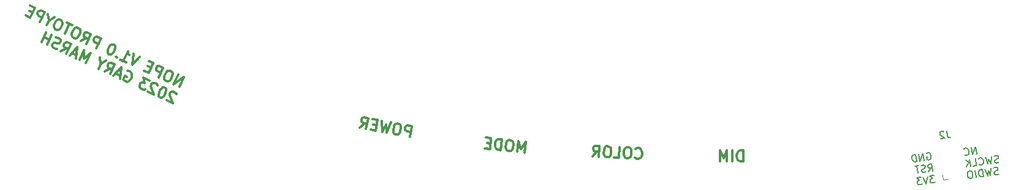
<source format=gbo>
%TF.GenerationSoftware,KiCad,Pcbnew,(7.0.0)*%
%TF.CreationDate,2023-11-20T00:40:36-04:00*%
%TF.ProjectId,nopesign,6e6f7065-7369-4676-9e2e-6b696361645f,rev?*%
%TF.SameCoordinates,Original*%
%TF.FileFunction,Legend,Bot*%
%TF.FilePolarity,Positive*%
%FSLAX46Y46*%
G04 Gerber Fmt 4.6, Leading zero omitted, Abs format (unit mm)*
G04 Created by KiCad (PCBNEW (7.0.0)) date 2023-11-20 00:40:36*
%MOMM*%
%LPD*%
G01*
G04 APERTURE LIST*
G04 Aperture macros list*
%AMHorizOval*
0 Thick line with rounded ends*
0 $1 width*
0 $2 $3 position (X,Y) of the first rounded end (center of the circle)*
0 $4 $5 position (X,Y) of the second rounded end (center of the circle)*
0 Add line between two ends*
20,1,$1,$2,$3,$4,$5,0*
0 Add two circle primitives to create the rounded ends*
1,1,$1,$2,$3*
1,1,$1,$4,$5*%
G04 Aperture macros list end*
%ADD10C,0.300000*%
%ADD11C,0.200000*%
%ADD12C,0.150000*%
%ADD13C,0.120000*%
%ADD14C,2.575000*%
%ADD15C,2.100000*%
%ADD16C,1.750000*%
%ADD17HorizOval,1.000000X-0.054671X-0.294976X0.054671X0.294976X0*%
%ADD18HorizOval,1.000000X-0.100230X-0.540790X0.100230X0.540790X0*%
%ADD19C,0.650000*%
%ADD20C,0.787400*%
%ADD21C,0.990600*%
G04 APERTURE END LIST*
D10*
X108305851Y-125673159D02*
X108579204Y-124198277D01*
X108579204Y-124198277D02*
X108017344Y-124094142D01*
X108017344Y-124094142D02*
X107863863Y-124138341D01*
X107863863Y-124138341D02*
X107780613Y-124195557D01*
X107780613Y-124195557D02*
X107684347Y-124323005D01*
X107684347Y-124323005D02*
X107645297Y-124533702D01*
X107645297Y-124533702D02*
X107689496Y-124687184D01*
X107689496Y-124687184D02*
X107746711Y-124770434D01*
X107746711Y-124770434D02*
X107874159Y-124866700D01*
X107874159Y-124866700D02*
X108436019Y-124970834D01*
X106823392Y-123872856D02*
X106542462Y-123820789D01*
X106542462Y-123820789D02*
X106388980Y-123864988D01*
X106388980Y-123864988D02*
X106222482Y-123979419D01*
X106222482Y-123979419D02*
X106100182Y-124247332D01*
X106100182Y-124247332D02*
X106009064Y-124738960D01*
X106009064Y-124738960D02*
X106027229Y-125032907D01*
X106027229Y-125032907D02*
X106141661Y-125199405D01*
X106141661Y-125199405D02*
X106269109Y-125295671D01*
X106269109Y-125295671D02*
X106550039Y-125347739D01*
X106550039Y-125347739D02*
X106703521Y-125303540D01*
X106703521Y-125303540D02*
X106870019Y-125189108D01*
X106870019Y-125189108D02*
X106992319Y-124921195D01*
X106992319Y-124921195D02*
X107083437Y-124429568D01*
X107083437Y-124429568D02*
X107065272Y-124135621D01*
X107065272Y-124135621D02*
X106950840Y-123969122D01*
X106950840Y-123969122D02*
X106823392Y-123872856D01*
X105699672Y-123664587D02*
X105075156Y-125074385D01*
X105075156Y-125074385D02*
X104989478Y-123968831D01*
X104989478Y-123968831D02*
X104513296Y-124970251D01*
X104513296Y-124970251D02*
X104435487Y-123430284D01*
X103743458Y-124028474D02*
X103251831Y-123937357D01*
X102897948Y-124670864D02*
X103600273Y-124801032D01*
X103600273Y-124801032D02*
X103873627Y-123326150D01*
X103873627Y-123326150D02*
X103171302Y-123195981D01*
X101423066Y-124397510D02*
X102044862Y-123786303D01*
X102265856Y-124553712D02*
X102539209Y-123078830D01*
X102539209Y-123078830D02*
X101977349Y-122974695D01*
X101977349Y-122974695D02*
X101823867Y-123018894D01*
X101823867Y-123018894D02*
X101740618Y-123076110D01*
X101740618Y-123076110D02*
X101644352Y-123203558D01*
X101644352Y-123203558D02*
X101605301Y-123414255D01*
X101605301Y-123414255D02*
X101649500Y-123567737D01*
X101649500Y-123567737D02*
X101706716Y-123650987D01*
X101706716Y-123650987D02*
X101834164Y-123747253D01*
X101834164Y-123747253D02*
X102396024Y-123851387D01*
X76456906Y-118747341D02*
X77090834Y-117387879D01*
X77090834Y-117387879D02*
X75680071Y-118385097D01*
X75680071Y-118385097D02*
X76313998Y-117025635D01*
X75407690Y-116603016D02*
X75148745Y-116482268D01*
X75148745Y-116482268D02*
X74989086Y-116486631D01*
X74989086Y-116486631D02*
X74799239Y-116555729D01*
X74799239Y-116555729D02*
X74613755Y-116784487D01*
X74613755Y-116784487D02*
X74402446Y-117237641D01*
X74402446Y-117237641D02*
X74346434Y-117526773D01*
X74346434Y-117526773D02*
X74415532Y-117716620D01*
X74415532Y-117716620D02*
X74514818Y-117841730D01*
X74514818Y-117841730D02*
X74773763Y-117962478D01*
X74773763Y-117962478D02*
X74933422Y-117958116D01*
X74933422Y-117958116D02*
X75123269Y-117889017D01*
X75123269Y-117889017D02*
X75308753Y-117660259D01*
X75308753Y-117660259D02*
X75520062Y-117207105D01*
X75520062Y-117207105D02*
X75576074Y-116917973D01*
X75576074Y-116917973D02*
X75506976Y-116728127D01*
X75506976Y-116728127D02*
X75407690Y-116603016D01*
X73608510Y-117419112D02*
X74242437Y-116059650D01*
X74242437Y-116059650D02*
X73724547Y-115818154D01*
X73724547Y-115818154D02*
X73564887Y-115822516D01*
X73564887Y-115822516D02*
X73469964Y-115857065D01*
X73469964Y-115857065D02*
X73344854Y-115956351D01*
X73344854Y-115956351D02*
X73254293Y-116150560D01*
X73254293Y-116150560D02*
X73258655Y-116310219D01*
X73258655Y-116310219D02*
X73293204Y-116405142D01*
X73293204Y-116405142D02*
X73392490Y-116530253D01*
X73392490Y-116530253D02*
X73910380Y-116771749D01*
X72581105Y-116073085D02*
X72127951Y-115861776D01*
X71601685Y-116483314D02*
X72249048Y-116785184D01*
X72249048Y-116785184D02*
X72882975Y-115425722D01*
X72882975Y-115425722D02*
X72235613Y-115123852D01*
X71031518Y-114562374D02*
X69944437Y-115710526D01*
X69944437Y-115710526D02*
X70125210Y-114139755D01*
X68326030Y-114955851D02*
X69102865Y-115318095D01*
X68714448Y-115136973D02*
X69348375Y-113777511D01*
X69348375Y-113777511D02*
X69387287Y-114032094D01*
X69387287Y-114032094D02*
X69456385Y-114221941D01*
X69456385Y-114221941D02*
X69555671Y-114347051D01*
X67803778Y-114554695D02*
X67708855Y-114589245D01*
X67708855Y-114589245D02*
X67743404Y-114684168D01*
X67743404Y-114684168D02*
X67838327Y-114649619D01*
X67838327Y-114649619D02*
X67803778Y-114554695D01*
X67803778Y-114554695D02*
X67743404Y-114684168D01*
X67471023Y-112902088D02*
X67341551Y-112841714D01*
X67341551Y-112841714D02*
X67181891Y-112846076D01*
X67181891Y-112846076D02*
X67086968Y-112880625D01*
X67086968Y-112880625D02*
X66961858Y-112979911D01*
X66961858Y-112979911D02*
X66776373Y-113208669D01*
X66776373Y-113208669D02*
X66625438Y-113532350D01*
X66625438Y-113532350D02*
X66569426Y-113821482D01*
X66569426Y-113821482D02*
X66573789Y-113981142D01*
X66573789Y-113981142D02*
X66608338Y-114076065D01*
X66608338Y-114076065D02*
X66707623Y-114201175D01*
X66707623Y-114201175D02*
X66837096Y-114261550D01*
X66837096Y-114261550D02*
X66996756Y-114257187D01*
X66996756Y-114257187D02*
X67091679Y-114222638D01*
X67091679Y-114222638D02*
X67216789Y-114123353D01*
X67216789Y-114123353D02*
X67402273Y-113894594D01*
X67402273Y-113894594D02*
X67553209Y-113570913D01*
X67553209Y-113570913D02*
X67609220Y-113281781D01*
X67609220Y-113281781D02*
X67604858Y-113122121D01*
X67604858Y-113122121D02*
X67570309Y-113027198D01*
X67570309Y-113027198D02*
X67471023Y-112902088D01*
X64985639Y-113398201D02*
X65619566Y-112038739D01*
X65619566Y-112038739D02*
X65101676Y-111797243D01*
X65101676Y-111797243D02*
X64942017Y-111801605D01*
X64942017Y-111801605D02*
X64847093Y-111836155D01*
X64847093Y-111836155D02*
X64721983Y-111935440D01*
X64721983Y-111935440D02*
X64631422Y-112129649D01*
X64631422Y-112129649D02*
X64635784Y-112289309D01*
X64635784Y-112289309D02*
X64670334Y-112384232D01*
X64670334Y-112384232D02*
X64769619Y-112509342D01*
X64769619Y-112509342D02*
X65287509Y-112750838D01*
X62849342Y-112402029D02*
X63604366Y-111965976D01*
X63626177Y-112764274D02*
X64260105Y-111404812D01*
X64260105Y-111404812D02*
X63742215Y-111163316D01*
X63742215Y-111163316D02*
X63582555Y-111167678D01*
X63582555Y-111167678D02*
X63487632Y-111202227D01*
X63487632Y-111202227D02*
X63362521Y-111301513D01*
X63362521Y-111301513D02*
X63271960Y-111495722D01*
X63271960Y-111495722D02*
X63276323Y-111655381D01*
X63276323Y-111655381D02*
X63310872Y-111750304D01*
X63310872Y-111750304D02*
X63410157Y-111875415D01*
X63410157Y-111875415D02*
X63928048Y-112116911D01*
X62641698Y-110650136D02*
X62382753Y-110529388D01*
X62382753Y-110529388D02*
X62223093Y-110533751D01*
X62223093Y-110533751D02*
X62033247Y-110602849D01*
X62033247Y-110602849D02*
X61847762Y-110831607D01*
X61847762Y-110831607D02*
X61636453Y-111284761D01*
X61636453Y-111284761D02*
X61580441Y-111573893D01*
X61580441Y-111573893D02*
X61649540Y-111763740D01*
X61649540Y-111763740D02*
X61748826Y-111888850D01*
X61748826Y-111888850D02*
X62007771Y-112009598D01*
X62007771Y-112009598D02*
X62167430Y-112005236D01*
X62167430Y-112005236D02*
X62357277Y-111936137D01*
X62357277Y-111936137D02*
X62542761Y-111707379D01*
X62542761Y-111707379D02*
X62754070Y-111254225D01*
X62754070Y-111254225D02*
X62810082Y-110965093D01*
X62810082Y-110965093D02*
X62740984Y-110775247D01*
X62740984Y-110775247D02*
X62641698Y-110650136D01*
X61670654Y-110197331D02*
X60893818Y-109835087D01*
X60648309Y-111375671D02*
X61282236Y-110016209D01*
X60181719Y-109503030D02*
X59922774Y-109382282D01*
X59922774Y-109382282D02*
X59763115Y-109386644D01*
X59763115Y-109386644D02*
X59573268Y-109455742D01*
X59573268Y-109455742D02*
X59387784Y-109684500D01*
X59387784Y-109684500D02*
X59176475Y-110137654D01*
X59176475Y-110137654D02*
X59120463Y-110426786D01*
X59120463Y-110426786D02*
X59189561Y-110616633D01*
X59189561Y-110616633D02*
X59288847Y-110741743D01*
X59288847Y-110741743D02*
X59547792Y-110862491D01*
X59547792Y-110862491D02*
X59707452Y-110858129D01*
X59707452Y-110858129D02*
X59897298Y-110789031D01*
X59897298Y-110789031D02*
X60082783Y-110560272D01*
X60082783Y-110560272D02*
X60294092Y-110107119D01*
X60294092Y-110107119D02*
X60350103Y-109817986D01*
X60350103Y-109817986D02*
X60281005Y-109628140D01*
X60281005Y-109628140D02*
X60181719Y-109503030D01*
X58425464Y-109551014D02*
X58123594Y-110198377D01*
X59210675Y-109050224D02*
X58425464Y-109551014D01*
X58425464Y-109551014D02*
X58304367Y-108627606D01*
X57217286Y-109775759D02*
X57851214Y-108416297D01*
X57851214Y-108416297D02*
X57333323Y-108174801D01*
X57333323Y-108174801D02*
X57173664Y-108179163D01*
X57173664Y-108179163D02*
X57078741Y-108213712D01*
X57078741Y-108213712D02*
X56953630Y-108312998D01*
X56953630Y-108312998D02*
X56863069Y-108507207D01*
X56863069Y-108507207D02*
X56867431Y-108666866D01*
X56867431Y-108666866D02*
X56901981Y-108761789D01*
X56901981Y-108761789D02*
X57001266Y-108886900D01*
X57001266Y-108886900D02*
X57519156Y-109128396D01*
X56189882Y-108429732D02*
X55736728Y-108218423D01*
X55210462Y-108839961D02*
X55857825Y-109141831D01*
X55857825Y-109141831D02*
X56491752Y-107782369D01*
X56491752Y-107782369D02*
X55844389Y-107480499D01*
X76068234Y-119749867D02*
X76033685Y-119654943D01*
X76033685Y-119654943D02*
X75934399Y-119529833D01*
X75934399Y-119529833D02*
X75610718Y-119378898D01*
X75610718Y-119378898D02*
X75451058Y-119383260D01*
X75451058Y-119383260D02*
X75356135Y-119417809D01*
X75356135Y-119417809D02*
X75231025Y-119517095D01*
X75231025Y-119517095D02*
X75170651Y-119646567D01*
X75170651Y-119646567D02*
X75144826Y-119870963D01*
X75144826Y-119870963D02*
X75559417Y-121010043D01*
X75559417Y-121010043D02*
X74717845Y-120617612D01*
X74510202Y-118865719D02*
X74380729Y-118805345D01*
X74380729Y-118805345D02*
X74221069Y-118809707D01*
X74221069Y-118809707D02*
X74126146Y-118844256D01*
X74126146Y-118844256D02*
X74001036Y-118943542D01*
X74001036Y-118943542D02*
X73815552Y-119172300D01*
X73815552Y-119172300D02*
X73664616Y-119495981D01*
X73664616Y-119495981D02*
X73608605Y-119785113D01*
X73608605Y-119785113D02*
X73612967Y-119944773D01*
X73612967Y-119944773D02*
X73647516Y-120039696D01*
X73647516Y-120039696D02*
X73746802Y-120164806D01*
X73746802Y-120164806D02*
X73876274Y-120225180D01*
X73876274Y-120225180D02*
X74035934Y-120220818D01*
X74035934Y-120220818D02*
X74130857Y-120186269D01*
X74130857Y-120186269D02*
X74255967Y-120086983D01*
X74255967Y-120086983D02*
X74441452Y-119858225D01*
X74441452Y-119858225D02*
X74592387Y-119534544D01*
X74592387Y-119534544D02*
X74648399Y-119245412D01*
X74648399Y-119245412D02*
X74644036Y-119085752D01*
X74644036Y-119085752D02*
X74609487Y-118990829D01*
X74609487Y-118990829D02*
X74510202Y-118865719D01*
X73478784Y-118542386D02*
X73444235Y-118447463D01*
X73444235Y-118447463D02*
X73344949Y-118322353D01*
X73344949Y-118322353D02*
X73021268Y-118171418D01*
X73021268Y-118171418D02*
X72861608Y-118175780D01*
X72861608Y-118175780D02*
X72766685Y-118210329D01*
X72766685Y-118210329D02*
X72641575Y-118309615D01*
X72641575Y-118309615D02*
X72581201Y-118439087D01*
X72581201Y-118439087D02*
X72555376Y-118663483D01*
X72555376Y-118663483D02*
X72969967Y-119802562D01*
X72969967Y-119802562D02*
X72128395Y-119410131D01*
X72309169Y-117839361D02*
X71467598Y-117446929D01*
X71467598Y-117446929D02*
X71679255Y-118176129D01*
X71679255Y-118176129D02*
X71485047Y-118085568D01*
X71485047Y-118085568D02*
X71325387Y-118089930D01*
X71325387Y-118089930D02*
X71230464Y-118124479D01*
X71230464Y-118124479D02*
X71105353Y-118223765D01*
X71105353Y-118223765D02*
X70954418Y-118547446D01*
X70954418Y-118547446D02*
X70958781Y-118707105D01*
X70958781Y-118707105D02*
X70993330Y-118802029D01*
X70993330Y-118802029D02*
X71092615Y-118927139D01*
X71092615Y-118927139D02*
X71481033Y-119108261D01*
X71481033Y-119108261D02*
X71640693Y-119103899D01*
X71640693Y-119103899D02*
X71735616Y-119069350D01*
X69327009Y-116527569D02*
X69486668Y-116523207D01*
X69486668Y-116523207D02*
X69680877Y-116613768D01*
X69680877Y-116613768D02*
X69844899Y-116769065D01*
X69844899Y-116769065D02*
X69913997Y-116958912D01*
X69913997Y-116958912D02*
X69918360Y-117118571D01*
X69918360Y-117118571D02*
X69862348Y-117407703D01*
X69862348Y-117407703D02*
X69771787Y-117601912D01*
X69771787Y-117601912D02*
X69586302Y-117830670D01*
X69586302Y-117830670D02*
X69461192Y-117929956D01*
X69461192Y-117929956D02*
X69271345Y-117999054D01*
X69271345Y-117999054D02*
X69046950Y-117973229D01*
X69046950Y-117973229D02*
X68917477Y-117912855D01*
X68917477Y-117912855D02*
X68753455Y-117757558D01*
X68753455Y-117757558D02*
X68718906Y-117662635D01*
X68718906Y-117662635D02*
X68930215Y-117209481D01*
X68930215Y-117209481D02*
X69189160Y-117330229D01*
X68321764Y-117162194D02*
X67674401Y-116860323D01*
X68270114Y-117610985D02*
X68450888Y-116040214D01*
X68450888Y-116040214D02*
X67363807Y-117188367D01*
X66133818Y-116614814D02*
X66888842Y-116178760D01*
X66910653Y-116977058D02*
X67544580Y-115617596D01*
X67544580Y-115617596D02*
X67026690Y-115376100D01*
X67026690Y-115376100D02*
X66867031Y-115380462D01*
X66867031Y-115380462D02*
X66772107Y-115415012D01*
X66772107Y-115415012D02*
X66646997Y-115514297D01*
X66646997Y-115514297D02*
X66556436Y-115708506D01*
X66556436Y-115708506D02*
X66560798Y-115868165D01*
X66560798Y-115868165D02*
X66595347Y-115963089D01*
X66595347Y-115963089D02*
X66694633Y-116088199D01*
X66694633Y-116088199D02*
X67212523Y-116329695D01*
X65594116Y-115575020D02*
X65292246Y-116222382D01*
X66379327Y-115074230D02*
X65594116Y-115575020D01*
X65594116Y-115575020D02*
X65473020Y-114651612D01*
X63570262Y-115419408D02*
X64204189Y-114059946D01*
X64204189Y-114059946D02*
X63298230Y-114819681D01*
X63298230Y-114819681D02*
X63297881Y-113637328D01*
X63297881Y-113637328D02*
X62663954Y-114996790D01*
X62262449Y-114336689D02*
X61615087Y-114034819D01*
X62210800Y-114785480D02*
X62391573Y-113214710D01*
X62391573Y-113214710D02*
X61304492Y-114362862D01*
X60074503Y-113789309D02*
X60829527Y-113353255D01*
X60851338Y-114151553D02*
X61485266Y-112792091D01*
X61485266Y-112792091D02*
X60967375Y-112550595D01*
X60967375Y-112550595D02*
X60807716Y-112554957D01*
X60807716Y-112554957D02*
X60712793Y-112589507D01*
X60712793Y-112589507D02*
X60587682Y-112688792D01*
X60587682Y-112688792D02*
X60497121Y-112883001D01*
X60497121Y-112883001D02*
X60501484Y-113042661D01*
X60501484Y-113042661D02*
X60536033Y-113137584D01*
X60536033Y-113137584D02*
X60635318Y-113262694D01*
X60635318Y-113262694D02*
X61153208Y-113504190D01*
X59586800Y-113483076D02*
X59362404Y-113457252D01*
X59362404Y-113457252D02*
X59038723Y-113306317D01*
X59038723Y-113306317D02*
X58939437Y-113181206D01*
X58939437Y-113181206D02*
X58904888Y-113086283D01*
X58904888Y-113086283D02*
X58900526Y-112926623D01*
X58900526Y-112926623D02*
X58960900Y-112797151D01*
X58960900Y-112797151D02*
X59086010Y-112697865D01*
X59086010Y-112697865D02*
X59180933Y-112663316D01*
X59180933Y-112663316D02*
X59340593Y-112658954D01*
X59340593Y-112658954D02*
X59629725Y-112714966D01*
X59629725Y-112714966D02*
X59789385Y-112710603D01*
X59789385Y-112710603D02*
X59884308Y-112676054D01*
X59884308Y-112676054D02*
X60009418Y-112576769D01*
X60009418Y-112576769D02*
X60069792Y-112447296D01*
X60069792Y-112447296D02*
X60065430Y-112287637D01*
X60065430Y-112287637D02*
X60030881Y-112192713D01*
X60030881Y-112192713D02*
X59931595Y-112067603D01*
X59931595Y-112067603D02*
X59607914Y-111916668D01*
X59607914Y-111916668D02*
X59383518Y-111890843D01*
X58197152Y-112913886D02*
X58831079Y-111554424D01*
X58529209Y-112201787D02*
X57752374Y-111839542D01*
X57420316Y-112551641D02*
X58054244Y-111192180D01*
D11*
X179688633Y-127922495D02*
X179776317Y-127862085D01*
X179776317Y-127862085D02*
X179917784Y-127842203D01*
X179917784Y-127842203D02*
X180065878Y-127869477D01*
X180065878Y-127869477D02*
X180173444Y-127950534D01*
X180173444Y-127950534D02*
X180233854Y-128038218D01*
X180233854Y-128038218D02*
X180307519Y-128220213D01*
X180307519Y-128220213D02*
X180327401Y-128361680D01*
X180327401Y-128361680D02*
X180306754Y-128556929D01*
X180306754Y-128556929D02*
X180272853Y-128657868D01*
X180272853Y-128657868D02*
X180191797Y-128765434D01*
X180191797Y-128765434D02*
X180056957Y-128832471D01*
X180056957Y-128832471D02*
X179962646Y-128845726D01*
X179962646Y-128845726D02*
X179814552Y-128818452D01*
X179814552Y-128818452D02*
X179760769Y-128777924D01*
X179760769Y-128777924D02*
X179714378Y-128447834D01*
X179714378Y-128447834D02*
X179903000Y-128421325D01*
X179349623Y-128931881D02*
X179210450Y-127941613D01*
X179210450Y-127941613D02*
X178783755Y-129011408D01*
X178783755Y-129011408D02*
X178644582Y-128021140D01*
X178312199Y-129077681D02*
X178173026Y-128087413D01*
X178173026Y-128087413D02*
X177937248Y-128120549D01*
X177937248Y-128120549D02*
X177802408Y-128187587D01*
X177802408Y-128187587D02*
X177721352Y-128295153D01*
X177721352Y-128295153D02*
X177687451Y-128396091D01*
X177687451Y-128396091D02*
X177666804Y-128591341D01*
X177666804Y-128591341D02*
X177686686Y-128732808D01*
X177686686Y-128732808D02*
X177760351Y-128914803D01*
X177760351Y-128914803D02*
X177820761Y-129002487D01*
X177820761Y-129002487D02*
X177928327Y-129083544D01*
X177928327Y-129083544D02*
X178076421Y-129110818D01*
X178076421Y-129110818D02*
X178312199Y-129077681D01*
X179999483Y-130476469D02*
X180263300Y-129958522D01*
X180565351Y-130396942D02*
X180426178Y-129406674D01*
X180426178Y-129406674D02*
X180048933Y-129459692D01*
X180048933Y-129459692D02*
X179961249Y-129520102D01*
X179961249Y-129520102D02*
X179920721Y-129573885D01*
X179920721Y-129573885D02*
X179886820Y-129674823D01*
X179886820Y-129674823D02*
X179906701Y-129816290D01*
X179906701Y-129816290D02*
X179967112Y-129903974D01*
X179967112Y-129903974D02*
X180020895Y-129944503D01*
X180020895Y-129944503D02*
X180121833Y-129978404D01*
X180121833Y-129978404D02*
X180499078Y-129925385D01*
X179615611Y-130482332D02*
X179480772Y-130549369D01*
X179480772Y-130549369D02*
X179244994Y-130582506D01*
X179244994Y-130582506D02*
X179144055Y-130548605D01*
X179144055Y-130548605D02*
X179090272Y-130508076D01*
X179090272Y-130508076D02*
X179029862Y-130420392D01*
X179029862Y-130420392D02*
X179016607Y-130326081D01*
X179016607Y-130326081D02*
X179050508Y-130225143D01*
X179050508Y-130225143D02*
X179091037Y-130171360D01*
X179091037Y-130171360D02*
X179178721Y-130110949D01*
X179178721Y-130110949D02*
X179360716Y-130037285D01*
X179360716Y-130037285D02*
X179448400Y-129976875D01*
X179448400Y-129976875D02*
X179488928Y-129923092D01*
X179488928Y-129923092D02*
X179522829Y-129822153D01*
X179522829Y-129822153D02*
X179509575Y-129727842D01*
X179509575Y-129727842D02*
X179449164Y-129640158D01*
X179449164Y-129640158D02*
X179395381Y-129599630D01*
X179395381Y-129599630D02*
X179294443Y-129565728D01*
X179294443Y-129565728D02*
X179058665Y-129598865D01*
X179058665Y-129598865D02*
X178923825Y-129665902D01*
X178634264Y-129658511D02*
X178068397Y-129738038D01*
X178490504Y-130688542D02*
X178351330Y-129698274D01*
X180745949Y-130997653D02*
X180132926Y-131083808D01*
X180132926Y-131083808D02*
X180516034Y-131414662D01*
X180516034Y-131414662D02*
X180374567Y-131434544D01*
X180374567Y-131434544D02*
X180286883Y-131494954D01*
X180286883Y-131494954D02*
X180246355Y-131548737D01*
X180246355Y-131548737D02*
X180212453Y-131649675D01*
X180212453Y-131649675D02*
X180245590Y-131885453D01*
X180245590Y-131885453D02*
X180306000Y-131973137D01*
X180306000Y-131973137D02*
X180359783Y-132013666D01*
X180359783Y-132013666D02*
X180460722Y-132047567D01*
X180460722Y-132047567D02*
X180743655Y-132007803D01*
X180743655Y-132007803D02*
X180831339Y-131947393D01*
X180831339Y-131947393D02*
X180871868Y-131893610D01*
X179849992Y-131123571D02*
X179659076Y-132160231D01*
X179659076Y-132160231D02*
X179189813Y-131216354D01*
X178954035Y-131249490D02*
X178341012Y-131335645D01*
X178341012Y-131335645D02*
X178724120Y-131666499D01*
X178724120Y-131666499D02*
X178582653Y-131686381D01*
X178582653Y-131686381D02*
X178494969Y-131746791D01*
X178494969Y-131746791D02*
X178454441Y-131800574D01*
X178454441Y-131800574D02*
X178420540Y-131901512D01*
X178420540Y-131901512D02*
X178453676Y-132137290D01*
X178453676Y-132137290D02*
X178514086Y-132224974D01*
X178514086Y-132224974D02*
X178567869Y-132265503D01*
X178567869Y-132265503D02*
X178668808Y-132299404D01*
X178668808Y-132299404D02*
X178951741Y-132259640D01*
X178951741Y-132259640D02*
X179039425Y-132199230D01*
X179039425Y-132199230D02*
X179079954Y-132145447D01*
X186617583Y-128007734D02*
X186478410Y-127017466D01*
X186478410Y-127017466D02*
X186051715Y-128087262D01*
X186051715Y-128087262D02*
X185912542Y-127096994D01*
X185001037Y-128138751D02*
X185054820Y-128179279D01*
X185054820Y-128179279D02*
X185202914Y-128206553D01*
X185202914Y-128206553D02*
X185297225Y-128193298D01*
X185297225Y-128193298D02*
X185432065Y-128126261D01*
X185432065Y-128126261D02*
X185513122Y-128018695D01*
X185513122Y-128018695D02*
X185547023Y-127917756D01*
X185547023Y-127917756D02*
X185567669Y-127722507D01*
X185567669Y-127722507D02*
X185547787Y-127581040D01*
X185547787Y-127581040D02*
X185474122Y-127399045D01*
X185474122Y-127399045D02*
X185413712Y-127311361D01*
X185413712Y-127311361D02*
X185306146Y-127230304D01*
X185306146Y-127230304D02*
X185158052Y-127203030D01*
X185158052Y-127203030D02*
X185063741Y-127216285D01*
X185063741Y-127216285D02*
X184928901Y-127283322D01*
X184928901Y-127283322D02*
X184888373Y-127337105D01*
X189712908Y-129160548D02*
X189578069Y-129227585D01*
X189578069Y-129227585D02*
X189342291Y-129260722D01*
X189342291Y-129260722D02*
X189241352Y-129226821D01*
X189241352Y-129226821D02*
X189187569Y-129186292D01*
X189187569Y-129186292D02*
X189127159Y-129098608D01*
X189127159Y-129098608D02*
X189113905Y-129004297D01*
X189113905Y-129004297D02*
X189147806Y-128903359D01*
X189147806Y-128903359D02*
X189188334Y-128849576D01*
X189188334Y-128849576D02*
X189276018Y-128789165D01*
X189276018Y-128789165D02*
X189458013Y-128715501D01*
X189458013Y-128715501D02*
X189545697Y-128655090D01*
X189545697Y-128655090D02*
X189586225Y-128601308D01*
X189586225Y-128601308D02*
X189620126Y-128500369D01*
X189620126Y-128500369D02*
X189606872Y-128406058D01*
X189606872Y-128406058D02*
X189546462Y-128318374D01*
X189546462Y-128318374D02*
X189492679Y-128277845D01*
X189492679Y-128277845D02*
X189391740Y-128243944D01*
X189391740Y-128243944D02*
X189155962Y-128277081D01*
X189155962Y-128277081D02*
X189021122Y-128344118D01*
X188684406Y-128343354D02*
X188587801Y-129366758D01*
X188587801Y-129366758D02*
X188299769Y-128685933D01*
X188299769Y-128685933D02*
X188210556Y-129419777D01*
X188210556Y-129419777D02*
X187835605Y-128462645D01*
X187018411Y-129491148D02*
X187072194Y-129531676D01*
X187072194Y-129531676D02*
X187220288Y-129558950D01*
X187220288Y-129558950D02*
X187314599Y-129545695D01*
X187314599Y-129545695D02*
X187449439Y-129478658D01*
X187449439Y-129478658D02*
X187530495Y-129371092D01*
X187530495Y-129371092D02*
X187564396Y-129270153D01*
X187564396Y-129270153D02*
X187585043Y-129074904D01*
X187585043Y-129074904D02*
X187565161Y-128933437D01*
X187565161Y-128933437D02*
X187491496Y-128751441D01*
X187491496Y-128751441D02*
X187431086Y-128663758D01*
X187431086Y-128663758D02*
X187323520Y-128582701D01*
X187323520Y-128582701D02*
X187175426Y-128555427D01*
X187175426Y-128555427D02*
X187081115Y-128568682D01*
X187081115Y-128568682D02*
X186946275Y-128635719D01*
X186946275Y-128635719D02*
X186905747Y-128689502D01*
X186135709Y-129711377D02*
X186607265Y-129645105D01*
X186607265Y-129645105D02*
X186468092Y-128654836D01*
X185805619Y-129757768D02*
X185666446Y-128767500D01*
X185239752Y-129837296D02*
X185584625Y-129211783D01*
X185100578Y-128847028D02*
X185745973Y-129333368D01*
X189655434Y-130804546D02*
X189520594Y-130871583D01*
X189520594Y-130871583D02*
X189284816Y-130904720D01*
X189284816Y-130904720D02*
X189183878Y-130870818D01*
X189183878Y-130870818D02*
X189130095Y-130830290D01*
X189130095Y-130830290D02*
X189069685Y-130742606D01*
X189069685Y-130742606D02*
X189056430Y-130648295D01*
X189056430Y-130648295D02*
X189090331Y-130547356D01*
X189090331Y-130547356D02*
X189130859Y-130493573D01*
X189130859Y-130493573D02*
X189218543Y-130433163D01*
X189218543Y-130433163D02*
X189400539Y-130359499D01*
X189400539Y-130359499D02*
X189488223Y-130299088D01*
X189488223Y-130299088D02*
X189528751Y-130245305D01*
X189528751Y-130245305D02*
X189562652Y-130144367D01*
X189562652Y-130144367D02*
X189549397Y-130050056D01*
X189549397Y-130050056D02*
X189488987Y-129962372D01*
X189488987Y-129962372D02*
X189435204Y-129921843D01*
X189435204Y-129921843D02*
X189334266Y-129887942D01*
X189334266Y-129887942D02*
X189098488Y-129921079D01*
X189098488Y-129921079D02*
X188963648Y-129988116D01*
X188626931Y-129987352D02*
X188530326Y-131010756D01*
X188530326Y-131010756D02*
X188242294Y-130329931D01*
X188242294Y-130329931D02*
X188153081Y-131063774D01*
X188153081Y-131063774D02*
X187778130Y-130106643D01*
X187540058Y-131149929D02*
X187400885Y-130159661D01*
X187400885Y-130159661D02*
X187165107Y-130192798D01*
X187165107Y-130192798D02*
X187030268Y-130259835D01*
X187030268Y-130259835D02*
X186949211Y-130367401D01*
X186949211Y-130367401D02*
X186915310Y-130468339D01*
X186915310Y-130468339D02*
X186894663Y-130663589D01*
X186894663Y-130663589D02*
X186914545Y-130805056D01*
X186914545Y-130805056D02*
X186988210Y-130987051D01*
X186988210Y-130987051D02*
X187048620Y-131074735D01*
X187048620Y-131074735D02*
X187156186Y-131155792D01*
X187156186Y-131155792D02*
X187304280Y-131183066D01*
X187304280Y-131183066D02*
X187540058Y-131149929D01*
X186549790Y-131289102D02*
X186410617Y-130298834D01*
X185750439Y-130391616D02*
X185561816Y-130418125D01*
X185561816Y-130418125D02*
X185474133Y-130478536D01*
X185474133Y-130478536D02*
X185393076Y-130586101D01*
X185393076Y-130586101D02*
X185372429Y-130781351D01*
X185372429Y-130781351D02*
X185418820Y-131111441D01*
X185418820Y-131111441D02*
X185492485Y-131293436D01*
X185492485Y-131293436D02*
X185600051Y-131374492D01*
X185600051Y-131374492D02*
X185700990Y-131408394D01*
X185700990Y-131408394D02*
X185889612Y-131381884D01*
X185889612Y-131381884D02*
X185977296Y-131321474D01*
X185977296Y-131321474D02*
X186058353Y-131213908D01*
X186058353Y-131213908D02*
X186078999Y-131018659D01*
X186078999Y-131018659D02*
X186032608Y-130688569D01*
X186032608Y-130688569D02*
X185958943Y-130506574D01*
X185958943Y-130506574D02*
X185851378Y-130425517D01*
X185851378Y-130425517D02*
X185750439Y-130391616D01*
D10*
X124141814Y-127831772D02*
X124298607Y-126339989D01*
X124298607Y-126339989D02*
X123689351Y-127353284D01*
X123689351Y-127353284D02*
X123304085Y-126235461D01*
X123304085Y-126235461D02*
X123147292Y-127727244D01*
X122309562Y-126130932D02*
X122025413Y-126101067D01*
X122025413Y-126101067D02*
X121875872Y-126157172D01*
X121875872Y-126157172D02*
X121718865Y-126284314D01*
X121718865Y-126284314D02*
X121617963Y-126560997D01*
X121617963Y-126560997D02*
X121565699Y-127058257D01*
X121565699Y-127058257D02*
X121606871Y-127349873D01*
X121606871Y-127349873D02*
X121734012Y-127506880D01*
X121734012Y-127506880D02*
X121868621Y-127592850D01*
X121868621Y-127592850D02*
X122152770Y-127622715D01*
X122152770Y-127622715D02*
X122302311Y-127566611D01*
X122302311Y-127566611D02*
X122459318Y-127439469D01*
X122459318Y-127439469D02*
X122560220Y-127162786D01*
X122560220Y-127162786D02*
X122612485Y-126665525D01*
X122612485Y-126665525D02*
X122571313Y-126373910D01*
X122571313Y-126373910D02*
X122444171Y-126216902D01*
X122444171Y-126216902D02*
X122309562Y-126130932D01*
X120874098Y-127488322D02*
X121030891Y-125996539D01*
X121030891Y-125996539D02*
X120675705Y-125959207D01*
X120675705Y-125959207D02*
X120455126Y-126007845D01*
X120455126Y-126007845D02*
X120298119Y-126134987D01*
X120298119Y-126134987D02*
X120212149Y-126269596D01*
X120212149Y-126269596D02*
X120111247Y-126546278D01*
X120111247Y-126546278D02*
X120088848Y-126759390D01*
X120088848Y-126759390D02*
X120130020Y-127051006D01*
X120130020Y-127051006D02*
X120186125Y-127200546D01*
X120186125Y-127200546D02*
X120313266Y-127357554D01*
X120313266Y-127357554D02*
X120518912Y-127450990D01*
X120518912Y-127450990D02*
X120874098Y-127488322D01*
X119464445Y-126550119D02*
X118967184Y-126497855D01*
X118671943Y-127256866D02*
X119382315Y-127331529D01*
X119382315Y-127331529D02*
X119539108Y-125839746D01*
X119539108Y-125839746D02*
X118828735Y-125765083D01*
X154357143Y-129051071D02*
X154357143Y-127551071D01*
X154357143Y-127551071D02*
X154000000Y-127551071D01*
X154000000Y-127551071D02*
X153785714Y-127622500D01*
X153785714Y-127622500D02*
X153642857Y-127765357D01*
X153642857Y-127765357D02*
X153571428Y-127908214D01*
X153571428Y-127908214D02*
X153500000Y-128193928D01*
X153500000Y-128193928D02*
X153500000Y-128408214D01*
X153500000Y-128408214D02*
X153571428Y-128693928D01*
X153571428Y-128693928D02*
X153642857Y-128836785D01*
X153642857Y-128836785D02*
X153785714Y-128979642D01*
X153785714Y-128979642D02*
X154000000Y-129051071D01*
X154000000Y-129051071D02*
X154357143Y-129051071D01*
X152857143Y-129051071D02*
X152857143Y-127551071D01*
X152142857Y-129051071D02*
X152142857Y-127551071D01*
X152142857Y-127551071D02*
X151642857Y-128622500D01*
X151642857Y-128622500D02*
X151142857Y-127551071D01*
X151142857Y-127551071D02*
X151142857Y-129051071D01*
X139439544Y-128536625D02*
X139507137Y-128611694D01*
X139507137Y-128611694D02*
X139717390Y-128694240D01*
X139717390Y-128694240D02*
X139860052Y-128701716D01*
X139860052Y-128701716D02*
X140077782Y-128641600D01*
X140077782Y-128641600D02*
X140227920Y-128506416D01*
X140227920Y-128506416D02*
X140306727Y-128367492D01*
X140306727Y-128367492D02*
X140393011Y-128085908D01*
X140393011Y-128085908D02*
X140404226Y-127871916D01*
X140404226Y-127871916D02*
X140347848Y-127582855D01*
X140347848Y-127582855D02*
X140283994Y-127436455D01*
X140283994Y-127436455D02*
X140148809Y-127286317D01*
X140148809Y-127286317D02*
X139938556Y-127203772D01*
X139938556Y-127203772D02*
X139795894Y-127196295D01*
X139795894Y-127196295D02*
X139578164Y-127256411D01*
X139578164Y-127256411D02*
X139503095Y-127324004D01*
X138583273Y-127132745D02*
X138297950Y-127117791D01*
X138297950Y-127117791D02*
X138151550Y-127181645D01*
X138151550Y-127181645D02*
X138001413Y-127316830D01*
X138001413Y-127316830D02*
X137915129Y-127598415D01*
X137915129Y-127598415D02*
X137888961Y-128097729D01*
X137888961Y-128097729D02*
X137945338Y-128386791D01*
X137945338Y-128386791D02*
X138080523Y-128536928D01*
X138080523Y-128536928D02*
X138219446Y-128615736D01*
X138219446Y-128615736D02*
X138504769Y-128630689D01*
X138504769Y-128630689D02*
X138651169Y-128566835D01*
X138651169Y-128566835D02*
X138801306Y-128431650D01*
X138801306Y-128431650D02*
X138887590Y-128150065D01*
X138887590Y-128150065D02*
X138913758Y-127650751D01*
X138913758Y-127650751D02*
X138857381Y-127361690D01*
X138857381Y-127361690D02*
X138722196Y-127211552D01*
X138722196Y-127211552D02*
X138583273Y-127132745D01*
X136507509Y-128526017D02*
X137220816Y-128563400D01*
X137220816Y-128563400D02*
X137299320Y-127065455D01*
X135801376Y-126986951D02*
X135516053Y-126971998D01*
X135516053Y-126971998D02*
X135369653Y-127035852D01*
X135369653Y-127035852D02*
X135219515Y-127171037D01*
X135219515Y-127171037D02*
X135133231Y-127452622D01*
X135133231Y-127452622D02*
X135107063Y-127951936D01*
X135107063Y-127951936D02*
X135163441Y-128240997D01*
X135163441Y-128240997D02*
X135298626Y-128391135D01*
X135298626Y-128391135D02*
X135437549Y-128469943D01*
X135437549Y-128469943D02*
X135722872Y-128484896D01*
X135722872Y-128484896D02*
X135869271Y-128421042D01*
X135869271Y-128421042D02*
X136019409Y-128285857D01*
X136019409Y-128285857D02*
X136105693Y-128004272D01*
X136105693Y-128004272D02*
X136131861Y-127504958D01*
X136131861Y-127504958D02*
X136075483Y-127215897D01*
X136075483Y-127215897D02*
X135940299Y-127065759D01*
X135940299Y-127065759D02*
X135801376Y-126986951D01*
X133582951Y-128372747D02*
X134119648Y-127685608D01*
X134438919Y-128417607D02*
X134517423Y-126919662D01*
X134517423Y-126919662D02*
X133946777Y-126889756D01*
X133946777Y-126889756D02*
X133800378Y-126953610D01*
X133800378Y-126953610D02*
X133725309Y-127021203D01*
X133725309Y-127021203D02*
X133646502Y-127160126D01*
X133646502Y-127160126D02*
X133635287Y-127374118D01*
X133635287Y-127374118D02*
X133699141Y-127520517D01*
X133699141Y-127520517D02*
X133766733Y-127595586D01*
X133766733Y-127595586D02*
X133905656Y-127674394D01*
X133905656Y-127674394D02*
X134476302Y-127704300D01*
D12*
X182492045Y-124827146D02*
X182591455Y-125534480D01*
X182591455Y-125534480D02*
X182658492Y-125669320D01*
X182658492Y-125669320D02*
X182766058Y-125750377D01*
X182766058Y-125750377D02*
X182914152Y-125777650D01*
X182914152Y-125777650D02*
X183008464Y-125764396D01*
X182080899Y-124981103D02*
X182027116Y-124940575D01*
X182027116Y-124940575D02*
X181926178Y-124906674D01*
X181926178Y-124906674D02*
X181690400Y-124939810D01*
X181690400Y-124939810D02*
X181602716Y-125000220D01*
X181602716Y-125000220D02*
X181562187Y-125054003D01*
X181562187Y-125054003D02*
X181528286Y-125154942D01*
X181528286Y-125154942D02*
X181541541Y-125249253D01*
X181541541Y-125249253D02*
X181608578Y-125384092D01*
X181608578Y-125384092D02*
X182253973Y-125870432D01*
X182253973Y-125870432D02*
X181640950Y-125956587D01*
D13*
X181919109Y-130934390D02*
X182007484Y-131563211D01*
X182007484Y-131563211D02*
X182636305Y-131474836D01*
%LPC*%
D14*
X57287500Y-100000000D02*
G75*
G03*
X57287500Y-100000000I-1287500J0D01*
G01*
X67787500Y-60000000D02*
G75*
G03*
X67787500Y-60000000I-1287500J0D01*
G01*
X109287500Y-49000000D02*
G75*
G03*
X109287500Y-49000000I-1287500J0D01*
G01*
X158287500Y-87000000D02*
G75*
G03*
X158287500Y-87000000I-1287500J0D01*
G01*
X245287500Y-70000000D02*
G75*
G03*
X245287500Y-70000000I-1287500J0D01*
G01*
X241287500Y-103500000D02*
G75*
G03*
X241287500Y-103500000I-1287500J0D01*
G01*
X200287500Y-121500000D02*
G75*
G03*
X200287500Y-121500000I-1287500J0D01*
G01*
D15*
X156250000Y-131510000D03*
X149240000Y-131510000D03*
D16*
X155000000Y-134000000D03*
X150500000Y-134000000D03*
D15*
X140378603Y-131078832D03*
X133378210Y-130711957D03*
D16*
X139000000Y-133500000D03*
X134506167Y-133264488D03*
X118524651Y-131972399D03*
X123000000Y-132442777D03*
D15*
X117531830Y-129364334D03*
X124503428Y-130097078D03*
D17*
X108056313Y-132819674D03*
D18*
X108818057Y-128709669D03*
D17*
X99560990Y-131245159D03*
D18*
X100322735Y-127135154D03*
D19*
X107315419Y-128970198D03*
X101632206Y-127916877D03*
D20*
X183452070Y-128153985D03*
X182194430Y-128330734D03*
X183628820Y-129411625D03*
X182371180Y-129588375D03*
X183805570Y-130669266D03*
X182547930Y-130846015D03*
D21*
X181640388Y-127126119D03*
X183652613Y-126843319D03*
X183353500Y-132015281D03*
M02*

</source>
